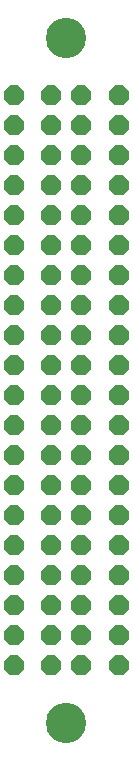
<source format=gbs>
G75*
%MOIN*%
%OFA0B0*%
%FSLAX25Y25*%
%IPPOS*%
%LPD*%
%AMOC8*
5,1,8,0,0,1.08239X$1,22.5*
%
%ADD10C,0.13450*%
%ADD11OC8,0.06600*%
D10*
X0061000Y0015027D03*
X0061000Y0243327D03*
D11*
X0043500Y0034177D03*
X0043500Y0044177D03*
X0043500Y0054177D03*
X0043500Y0064177D03*
X0043500Y0074177D03*
X0043500Y0084177D03*
X0043500Y0094177D03*
X0043500Y0104177D03*
X0043500Y0114177D03*
X0043500Y0124177D03*
X0043500Y0134177D03*
X0043500Y0144177D03*
X0043500Y0154177D03*
X0043500Y0164177D03*
X0043500Y0174177D03*
X0043500Y0184177D03*
X0043500Y0194177D03*
X0043500Y0204177D03*
X0043500Y0214177D03*
X0043500Y0224177D03*
X0056000Y0224177D03*
X0056000Y0214177D03*
X0056000Y0204177D03*
X0056000Y0194177D03*
X0056000Y0184177D03*
X0056000Y0174177D03*
X0056000Y0164177D03*
X0056000Y0154177D03*
X0056000Y0144177D03*
X0056000Y0134177D03*
X0056000Y0124177D03*
X0056000Y0114177D03*
X0056000Y0104177D03*
X0056000Y0094177D03*
X0056000Y0084177D03*
X0056000Y0074177D03*
X0056000Y0064177D03*
X0056000Y0054177D03*
X0056000Y0044177D03*
X0056000Y0034177D03*
X0066000Y0034177D03*
X0066000Y0044177D03*
X0066000Y0054177D03*
X0066000Y0064177D03*
X0066000Y0074177D03*
X0066000Y0084177D03*
X0066000Y0094177D03*
X0066000Y0104177D03*
X0066000Y0114177D03*
X0066000Y0124177D03*
X0066000Y0134177D03*
X0066000Y0144177D03*
X0066000Y0154177D03*
X0066000Y0164177D03*
X0066000Y0174177D03*
X0066000Y0184177D03*
X0066000Y0194177D03*
X0066000Y0204177D03*
X0066000Y0214177D03*
X0066000Y0224177D03*
X0078500Y0224177D03*
X0078500Y0214177D03*
X0078500Y0204177D03*
X0078500Y0194177D03*
X0078500Y0184177D03*
X0078500Y0174177D03*
X0078500Y0164177D03*
X0078500Y0154177D03*
X0078500Y0144177D03*
X0078500Y0134177D03*
X0078500Y0124177D03*
X0078500Y0114177D03*
X0078500Y0104177D03*
X0078500Y0094177D03*
X0078500Y0084177D03*
X0078500Y0074177D03*
X0078500Y0064177D03*
X0078500Y0054177D03*
X0078500Y0044177D03*
X0078500Y0034177D03*
M02*

</source>
